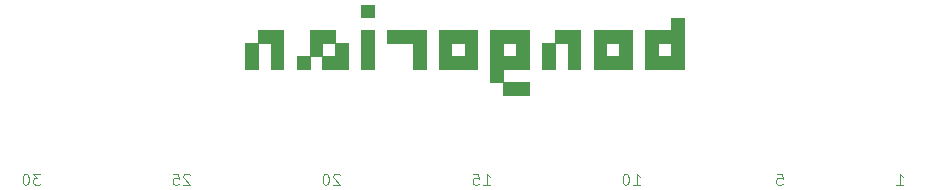
<source format=gbo>
G04 #@! TF.FileFunction,Legend,Bot*
%FSLAX46Y46*%
G04 Gerber Fmt 4.6, Leading zero omitted, Abs format (unit mm)*
G04 Created by KiCad (PCBNEW 4.0.7) date 06/30/18 03:53:03*
%MOMM*%
%LPD*%
G01*
G04 APERTURE LIST*
%ADD10C,0.150000*%
%ADD11C,0.010000*%
%ADD12C,0.081280*%
%ADD13C,0.142240*%
G04 APERTURE END LIST*
D10*
D11*
G36*
X135091714Y-103922286D02*
X137268857Y-103922286D01*
X137268857Y-102833715D01*
X135091714Y-102833715D01*
X135091714Y-103922286D01*
X135091714Y-103922286D01*
G37*
X135091714Y-103922286D02*
X137268857Y-103922286D01*
X137268857Y-102833715D01*
X135091714Y-102833715D01*
X135091714Y-103922286D01*
G36*
X134003143Y-102833715D02*
X135055428Y-102833715D01*
X135055428Y-101745143D01*
X137268857Y-101745143D01*
X137268857Y-99568000D01*
X136180286Y-99568000D01*
X136180286Y-100656572D01*
X135055428Y-100656572D01*
X135055428Y-99568000D01*
X136180286Y-99568000D01*
X137268857Y-99568000D01*
X137268857Y-98479429D01*
X134003143Y-98479429D01*
X134003143Y-102833715D01*
X134003143Y-102833715D01*
G37*
X134003143Y-102833715D02*
X135055428Y-102833715D01*
X135055428Y-101745143D01*
X137268857Y-101745143D01*
X137268857Y-99568000D01*
X136180286Y-99568000D01*
X136180286Y-100656572D01*
X135055428Y-100656572D01*
X135055428Y-99568000D01*
X136180286Y-99568000D01*
X137268857Y-99568000D01*
X137268857Y-98479429D01*
X134003143Y-98479429D01*
X134003143Y-102833715D01*
G36*
X149279428Y-98479429D02*
X147102286Y-98479429D01*
X147102286Y-101745143D01*
X150368000Y-101745143D01*
X150368000Y-99568000D01*
X149279428Y-99568000D01*
X149279428Y-100656572D01*
X148190857Y-100656572D01*
X148190857Y-99568000D01*
X149279428Y-99568000D01*
X150368000Y-99568000D01*
X150368000Y-97390858D01*
X149279428Y-97390858D01*
X149279428Y-98479429D01*
X149279428Y-98479429D01*
G37*
X149279428Y-98479429D02*
X147102286Y-98479429D01*
X147102286Y-101745143D01*
X150368000Y-101745143D01*
X150368000Y-99568000D01*
X149279428Y-99568000D01*
X149279428Y-100656572D01*
X148190857Y-100656572D01*
X148190857Y-99568000D01*
X149279428Y-99568000D01*
X150368000Y-99568000D01*
X150368000Y-97390858D01*
X149279428Y-97390858D01*
X149279428Y-98479429D01*
G36*
X142748000Y-101745143D02*
X146013714Y-101745143D01*
X146013714Y-99568000D01*
X144925143Y-99568000D01*
X144925143Y-100656572D01*
X143800286Y-100656572D01*
X143800286Y-99568000D01*
X144925143Y-99568000D01*
X146013714Y-99568000D01*
X146013714Y-98479429D01*
X142748000Y-98479429D01*
X142748000Y-101745143D01*
X142748000Y-101745143D01*
G37*
X142748000Y-101745143D02*
X146013714Y-101745143D01*
X146013714Y-99568000D01*
X144925143Y-99568000D01*
X144925143Y-100656572D01*
X143800286Y-100656572D01*
X143800286Y-99568000D01*
X144925143Y-99568000D01*
X146013714Y-99568000D01*
X146013714Y-98479429D01*
X142748000Y-98479429D01*
X142748000Y-101745143D01*
G36*
X138357428Y-101745143D02*
X139446000Y-101745143D01*
X139446000Y-99568000D01*
X138357428Y-99568000D01*
X138357428Y-101745143D01*
X138357428Y-101745143D01*
G37*
X138357428Y-101745143D02*
X139446000Y-101745143D01*
X139446000Y-99568000D01*
X138357428Y-99568000D01*
X138357428Y-101745143D01*
G36*
X139446000Y-99568000D02*
X140570857Y-99568000D01*
X140570857Y-101745143D01*
X141623143Y-101745143D01*
X141623143Y-98479429D01*
X139446000Y-98479429D01*
X139446000Y-99568000D01*
X139446000Y-99568000D01*
G37*
X139446000Y-99568000D02*
X140570857Y-99568000D01*
X140570857Y-101745143D01*
X141623143Y-101745143D01*
X141623143Y-98479429D01*
X139446000Y-98479429D01*
X139446000Y-99568000D01*
G36*
X129612571Y-101745143D02*
X132878285Y-101745143D01*
X132878285Y-99568000D01*
X131826000Y-99568000D01*
X131826000Y-100656572D01*
X130701143Y-100656572D01*
X130701143Y-99568000D01*
X131826000Y-99568000D01*
X132878285Y-99568000D01*
X132878285Y-98479429D01*
X129612571Y-98479429D01*
X129612571Y-101745143D01*
X129612571Y-101745143D01*
G37*
X129612571Y-101745143D02*
X132878285Y-101745143D01*
X132878285Y-99568000D01*
X131826000Y-99568000D01*
X131826000Y-100656572D01*
X130701143Y-100656572D01*
X130701143Y-99568000D01*
X131826000Y-99568000D01*
X132878285Y-99568000D01*
X132878285Y-98479429D01*
X129612571Y-98479429D01*
X129612571Y-101745143D01*
G36*
X125258286Y-99568000D02*
X127435428Y-99568000D01*
X127435428Y-101745143D01*
X128524000Y-101745143D01*
X128524000Y-98479429D01*
X125258286Y-98479429D01*
X125258286Y-99568000D01*
X125258286Y-99568000D01*
G37*
X125258286Y-99568000D02*
X127435428Y-99568000D01*
X127435428Y-101745143D01*
X128524000Y-101745143D01*
X128524000Y-98479429D01*
X125258286Y-98479429D01*
X125258286Y-99568000D01*
G36*
X123081143Y-101745143D02*
X124133428Y-101745143D01*
X124133428Y-98479429D01*
X123081143Y-98479429D01*
X123081143Y-101745143D01*
X123081143Y-101745143D01*
G37*
X123081143Y-101745143D02*
X124133428Y-101745143D01*
X124133428Y-98479429D01*
X123081143Y-98479429D01*
X123081143Y-101745143D01*
G36*
X117602000Y-101745143D02*
X118690571Y-101745143D01*
X118690571Y-100656572D01*
X117602000Y-100656572D01*
X117602000Y-101745143D01*
X117602000Y-101745143D01*
G37*
X117602000Y-101745143D02*
X118690571Y-101745143D01*
X118690571Y-100656572D01*
X117602000Y-100656572D01*
X117602000Y-101745143D01*
G36*
X118690571Y-100656572D02*
X119779143Y-100656572D01*
X119779143Y-101745143D01*
X121956286Y-101745143D01*
X121956286Y-99568000D01*
X120867714Y-99568000D01*
X120867714Y-100656572D01*
X119779143Y-100656572D01*
X119779143Y-99568000D01*
X120867714Y-99568000D01*
X120867714Y-98479429D01*
X118690571Y-98479429D01*
X118690571Y-100656572D01*
X118690571Y-100656572D01*
G37*
X118690571Y-100656572D02*
X119779143Y-100656572D01*
X119779143Y-101745143D01*
X121956286Y-101745143D01*
X121956286Y-99568000D01*
X120867714Y-99568000D01*
X120867714Y-100656572D01*
X119779143Y-100656572D01*
X119779143Y-99568000D01*
X120867714Y-99568000D01*
X120867714Y-98479429D01*
X118690571Y-98479429D01*
X118690571Y-100656572D01*
G36*
X114336285Y-99568000D02*
X115424857Y-99568000D01*
X115424857Y-101745143D01*
X116477143Y-101745143D01*
X116477143Y-98479429D01*
X114336285Y-98479429D01*
X114336285Y-99568000D01*
X114336285Y-99568000D01*
G37*
X114336285Y-99568000D02*
X115424857Y-99568000D01*
X115424857Y-101745143D01*
X116477143Y-101745143D01*
X116477143Y-98479429D01*
X114336285Y-98479429D01*
X114336285Y-99568000D01*
G36*
X113247714Y-101745143D02*
X114300000Y-101745143D01*
X114300000Y-99568000D01*
X113247714Y-99568000D01*
X113247714Y-101745143D01*
X113247714Y-101745143D01*
G37*
X113247714Y-101745143D02*
X114300000Y-101745143D01*
X114300000Y-99568000D01*
X113247714Y-99568000D01*
X113247714Y-101745143D01*
G36*
X123081143Y-97354572D02*
X124133428Y-97354572D01*
X124133428Y-96302286D01*
X123081143Y-96302286D01*
X123081143Y-97354572D01*
X123081143Y-97354572D01*
G37*
X123081143Y-97354572D02*
X124133428Y-97354572D01*
X124133428Y-96302286D01*
X123081143Y-96302286D01*
X123081143Y-97354572D01*
D12*
X168365110Y-111561638D02*
X168916652Y-111561638D01*
X168640881Y-111561638D02*
X168640881Y-110596438D01*
X168732805Y-110734324D01*
X168824729Y-110826248D01*
X168916652Y-110872210D01*
D13*
D12*
X158251071Y-110596438D02*
X158710690Y-110596438D01*
X158756652Y-111056057D01*
X158710690Y-111010095D01*
X158618767Y-110964133D01*
X158388957Y-110964133D01*
X158297033Y-111010095D01*
X158251071Y-111056057D01*
X158205110Y-111147981D01*
X158205110Y-111377790D01*
X158251071Y-111469714D01*
X158297033Y-111515676D01*
X158388957Y-111561638D01*
X158618767Y-111561638D01*
X158710690Y-111515676D01*
X158756652Y-111469714D01*
X146106848Y-111561638D02*
X146658390Y-111561638D01*
X146382619Y-111561638D02*
X146382619Y-110596438D01*
X146474543Y-110734324D01*
X146566467Y-110826248D01*
X146658390Y-110872210D01*
X145509343Y-110596438D02*
X145417419Y-110596438D01*
X145325495Y-110642400D01*
X145279533Y-110688362D01*
X145233571Y-110780286D01*
X145187610Y-110964133D01*
X145187610Y-111193943D01*
X145233571Y-111377790D01*
X145279533Y-111469714D01*
X145325495Y-111515676D01*
X145417419Y-111561638D01*
X145509343Y-111561638D01*
X145601267Y-111515676D01*
X145647229Y-111469714D01*
X145693190Y-111377790D01*
X145739152Y-111193943D01*
X145739152Y-110964133D01*
X145693190Y-110780286D01*
X145647229Y-110688362D01*
X145601267Y-110642400D01*
X145509343Y-110596438D01*
X133406848Y-111561638D02*
X133958390Y-111561638D01*
X133682619Y-111561638D02*
X133682619Y-110596438D01*
X133774543Y-110734324D01*
X133866467Y-110826248D01*
X133958390Y-110872210D01*
X132533571Y-110596438D02*
X132993190Y-110596438D01*
X133039152Y-111056057D01*
X132993190Y-111010095D01*
X132901267Y-110964133D01*
X132671457Y-110964133D01*
X132579533Y-111010095D01*
X132533571Y-111056057D01*
X132487610Y-111147981D01*
X132487610Y-111377790D01*
X132533571Y-111469714D01*
X132579533Y-111515676D01*
X132671457Y-111561638D01*
X132901267Y-111561638D01*
X132993190Y-111515676D01*
X133039152Y-111469714D01*
X121258390Y-110688362D02*
X121212428Y-110642400D01*
X121120505Y-110596438D01*
X120890695Y-110596438D01*
X120798771Y-110642400D01*
X120752809Y-110688362D01*
X120706848Y-110780286D01*
X120706848Y-110872210D01*
X120752809Y-111010095D01*
X121304352Y-111561638D01*
X120706848Y-111561638D01*
X120109343Y-110596438D02*
X120017419Y-110596438D01*
X119925495Y-110642400D01*
X119879533Y-110688362D01*
X119833571Y-110780286D01*
X119787610Y-110964133D01*
X119787610Y-111193943D01*
X119833571Y-111377790D01*
X119879533Y-111469714D01*
X119925495Y-111515676D01*
X120017419Y-111561638D01*
X120109343Y-111561638D01*
X120201267Y-111515676D01*
X120247229Y-111469714D01*
X120293190Y-111377790D01*
X120339152Y-111193943D01*
X120339152Y-110964133D01*
X120293190Y-110780286D01*
X120247229Y-110688362D01*
X120201267Y-110642400D01*
X120109343Y-110596438D01*
X108558390Y-110688362D02*
X108512428Y-110642400D01*
X108420505Y-110596438D01*
X108190695Y-110596438D01*
X108098771Y-110642400D01*
X108052809Y-110688362D01*
X108006848Y-110780286D01*
X108006848Y-110872210D01*
X108052809Y-111010095D01*
X108604352Y-111561638D01*
X108006848Y-111561638D01*
X107133571Y-110596438D02*
X107593190Y-110596438D01*
X107639152Y-111056057D01*
X107593190Y-111010095D01*
X107501267Y-110964133D01*
X107271457Y-110964133D01*
X107179533Y-111010095D01*
X107133571Y-111056057D01*
X107087610Y-111147981D01*
X107087610Y-111377790D01*
X107133571Y-111469714D01*
X107179533Y-111515676D01*
X107271457Y-111561638D01*
X107501267Y-111561638D01*
X107593190Y-111515676D01*
X107639152Y-111469714D01*
X95904352Y-110596438D02*
X95306848Y-110596438D01*
X95628581Y-110964133D01*
X95490695Y-110964133D01*
X95398771Y-111010095D01*
X95352809Y-111056057D01*
X95306848Y-111147981D01*
X95306848Y-111377790D01*
X95352809Y-111469714D01*
X95398771Y-111515676D01*
X95490695Y-111561638D01*
X95766467Y-111561638D01*
X95858390Y-111515676D01*
X95904352Y-111469714D01*
X94709343Y-110596438D02*
X94617419Y-110596438D01*
X94525495Y-110642400D01*
X94479533Y-110688362D01*
X94433571Y-110780286D01*
X94387610Y-110964133D01*
X94387610Y-111193943D01*
X94433571Y-111377790D01*
X94479533Y-111469714D01*
X94525495Y-111515676D01*
X94617419Y-111561638D01*
X94709343Y-111561638D01*
X94801267Y-111515676D01*
X94847229Y-111469714D01*
X94893190Y-111377790D01*
X94939152Y-111193943D01*
X94939152Y-110964133D01*
X94893190Y-110780286D01*
X94847229Y-110688362D01*
X94801267Y-110642400D01*
X94709343Y-110596438D01*
M02*

</source>
